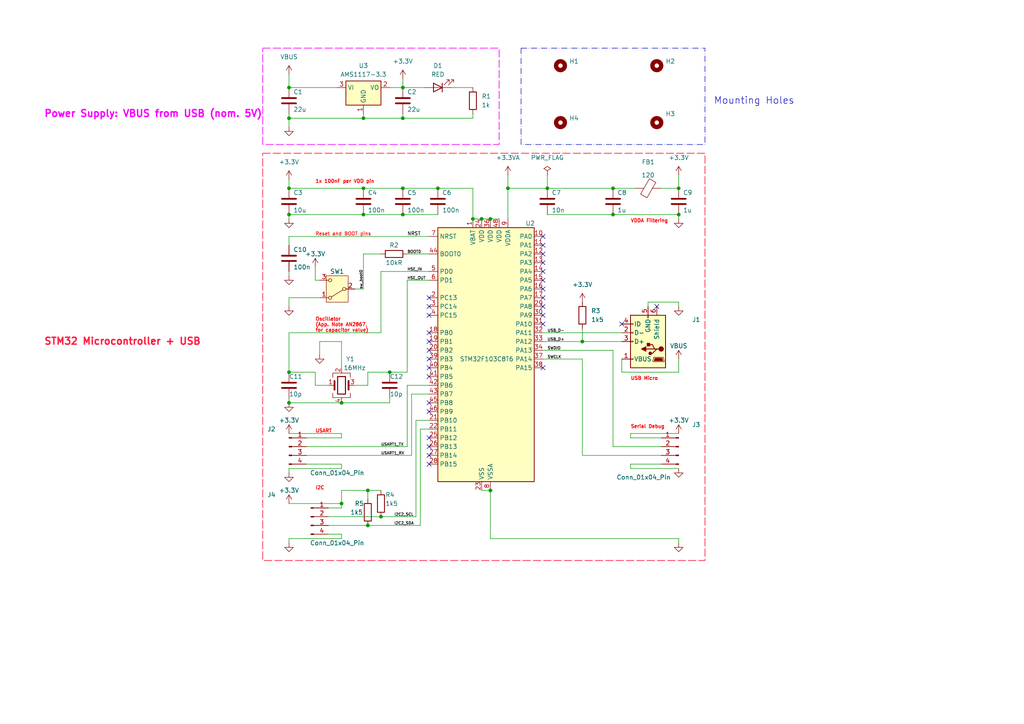
<source format=kicad_sch>
(kicad_sch (version 20230121) (generator eeschema)
  (paper "A4")
  (title_block (title "Playing Around with KiCad (STM32 Circuit)") (date "2024-10-12") (rev "0.2") (company "arpiku.xyz") (comment 1 "42"))
  (lib_symbols
    (symbol "Connector:Conn_01x04_Pin" (pin_names (offset 1.016) hide)
      (property "Reference" "J" (at 0 5.08 0))
      (property "Value" "Conn_01x04_Pin" (at 0 -7.62 0))
      (symbol "Conn_01x04_Pin_1_1"
        (polyline (pts (xy 1.27 -5.08) (xy 0.8636 -5.08)) (stroke (width 0.1524)))
        (polyline (pts (xy 1.27 -2.54) (xy 0.8636 -2.54)) (stroke (width 0.1524)))
        (polyline (pts (xy 1.27 0) (xy 0.8636 0)) (stroke (width 0.1524)))
        (polyline (pts (xy 1.27 2.54) (xy 0.8636 2.54)) (stroke (width 0.1524)))
        (rectangle (start 0.8636 -4.953) (end 0 -5.207) (stroke (width 0.1524)) (fill (type outline)))
        (rectangle (start 0.8636 -2.413) (end 0 -2.667) (stroke (width 0.1524)) (fill (type outline)))
        (rectangle (start 0.8636 0.127) (end 0 -0.127) (stroke (width 0.1524)) (fill (type outline)))
        (rectangle (start 0.8636 2.667) (end 0 2.413) (stroke (width 0.1524)) (fill (type outline)))
        (pin passive line (at 5.08 2.54 180) (length 3.81) (name "Pin_1") (number "1"))
        (pin passive line (at 5.08 0 180) (length 3.81) (name "Pin_2") (number "2"))
        (pin passive line (at 5.08 -2.54 180) (length 3.81) (name "Pin_3") (number "3"))
        (pin passive line (at 5.08 -5.08 180) (length 3.81) (name "Pin_4") (number "4"))
      )
    )
    (symbol "Connector:USB_B_Micro" (pin_names (offset 1.016))
      (property "Reference" "J" (at -5.08 11.43 0))
      (property "Value" "USB_B_Micro" (at -5.08 8.89 0))
      (symbol "USB_B_Micro_0_1"
        (rectangle (start -5.08 -7.62) (end 5.08 7.62) (stroke (width 0.254)) (fill (type background)))
        (circle (center -3.81 2.159) (radius 0.635) (stroke (width 0.254)) (fill (type outline)))
        (circle (center -0.635 3.429) (radius 0.381) (stroke (width 0.254)) (fill (type outline)))
        (rectangle (start -0.127 -7.62) (end 0.127 -6.858))
        (polyline (pts (xy -1.905 2.159) (xy 0.635 2.159)) (stroke (width 0.254)))
        (polyline (pts (xy -3.175 2.159) (xy -2.54 2.159) (xy -1.27 3.429) (xy -0.635 3.429)) (stroke (width 0.254)))
        (polyline (pts (xy -2.54 2.159) (xy -1.905 2.159) (xy -1.27 0.889) (xy 0 0.889)) (stroke (width 0.254)))
        (polyline (pts (xy 0.635 2.794) (xy 0.635 1.524) (xy 1.905 2.159) (xy 0.635 2.794)) (stroke (width 0.254)) (fill (type outline)))
        (polyline (pts (xy -4.318 5.588) (xy -1.778 5.588) (xy -2.032 4.826) (xy -4.064 4.826) (xy -4.318 5.588)) (fill (type outline)))
        (polyline (pts (xy -4.699 5.842) (xy -4.699 5.588) (xy -4.445 4.826) (xy -4.445 4.572) (xy -1.651 4.572) (xy -1.651 4.826) (xy -1.397 5.588) (xy -1.397 5.842) (xy -4.699 5.842)))
        (rectangle (start 0.254 1.27) (end -0.508 0.508) (stroke (width 0.254)) (fill (type outline)))
        (rectangle (start 5.08 -5.207) (end 4.318 -4.953))
        (rectangle (start 5.08 -2.667) (end 4.318 -2.413))
        (rectangle (start 5.08 -0.127) (end 4.318 0.127))
        (rectangle (start 5.08 4.953) (end 4.318 5.207))
      )
      (symbol "USB_B_Micro_1_1"
        (pin power_out line (at 7.62 5.08 180) (length 2.54) (name "VBUS") (number "1"))
        (pin bidirectional line (at 7.62 -2.54 180) (length 2.54) (name "D-") (number "2"))
        (pin bidirectional line (at 7.62 0 180) (length 2.54) (name "D+") (number "3"))
        (pin passive line (at 7.62 -5.08 180) (length 2.54) (name "ID") (number "4"))
        (pin power_out line (at 0 -10.16 90) (length 2.54) (name "GND") (number "5"))
        (pin passive line (at -2.54 -10.16 90) (length 2.54) (name "Shield") (number "6"))
      )
    )
    (symbol "Device:C" (pin_numbers hide) (pin_names (offset 0.254))
      (property "Reference" "C" (at 0.635 2.54 0))
      (property "Value" "C" (at 0.635 -2.54 0))
      (symbol "C_0_1"
        (polyline (pts (xy -2.032 -0.762) (xy 2.032 -0.762)) (stroke (width 0.508)))
        (polyline (pts (xy -2.032 0.762) (xy 2.032 0.762)) (stroke (width 0.508)))
      )
      (symbol "C_1_1"
        (pin passive line (at 0 3.81 270) (length 2.794) (name "~") (number "1"))
        (pin passive line (at 0 -3.81 90) (length 2.794) (name "~") (number "2"))
      )
    )
    (symbol "Device:Crystal_GND24" (pin_names (offset 1.016) hide)
      (property "Reference" "Y" (at 3.175 5.08 0))
      (property "Value" "Crystal_GND24" (at 3.175 3.175 0))
      (symbol "Crystal_GND24_0_1"
        (rectangle (start -1.143 2.54) (end 1.143 -2.54) (stroke (width 0.3048)))
        (polyline (pts (xy -2.54 0) (xy -2.032 0)))
        (polyline (pts (xy -2.032 -1.27) (xy -2.032 1.27)) (stroke (width 0.508)))
        (polyline (pts (xy 0 -3.81) (xy 0 -3.556)))
        (polyline (pts (xy 0 3.556) (xy 0 3.81)))
        (polyline (pts (xy 2.032 -1.27) (xy 2.032 1.27)) (stroke (width 0.508)))
        (polyline (pts (xy 2.032 0) (xy 2.54 0)))
        (polyline (pts (xy -2.54 -2.286) (xy -2.54 -3.556) (xy 2.54 -3.556) (xy 2.54 -2.286)))
        (polyline (pts (xy -2.54 2.286) (xy -2.54 3.556) (xy 2.54 3.556) (xy 2.54 2.286)))
      )
      (symbol "Crystal_GND24_1_1"
        (pin passive line (at -3.81 0 0) (length 1.27) (name "1") (number "1"))
        (pin passive line (at 0 5.08 270) (length 1.27) (name "2") (number "2"))
        (pin passive line (at 3.81 0 180) (length 1.27) (name "3") (number "3"))
        (pin passive line (at 0 -5.08 90) (length 1.27) (name "4") (number "4"))
      )
    )
    (symbol "Device:FerriteBead" (pin_numbers hide) (pin_names (offset 0))
      (property "Reference" "FB" (at -3.81 0.635 90))
      (property "Value" "FerriteBead" (at 3.81 0 90))
      (symbol "FerriteBead_0_1"
        (polyline (pts (xy 0 -1.27) (xy 0 -1.2192)))
        (polyline (pts (xy 0 1.27) (xy 0 1.2954)))
        (polyline (pts (xy -2.7686 0.4064) (xy -1.7018 2.2606) (xy 2.7686 -0.3048) (xy 1.6764 -2.159) (xy -2.7686 0.4064)))
      )
      (symbol "FerriteBead_1_1"
        (pin passive line (at 0 3.81 270) (length 2.54) (name "~") (number "1"))
        (pin passive line (at 0 -3.81 90) (length 2.54) (name "~") (number "2"))
      )
    )
    (symbol "Device:LED" (pin_numbers hide) (pin_names (offset 1.016) hide)
      (property "Reference" "D" (at 0 2.54 0))
      (property "Value" "LED" (at 0 -2.54 0))
      (symbol "LED_0_1"
        (polyline (pts (xy -1.27 -1.27) (xy -1.27 1.27)) (stroke (width 0.254)))
        (polyline (pts (xy -1.27 0) (xy 1.27 0)))
        (polyline (pts (xy 1.27 -1.27) (xy 1.27 1.27) (xy -1.27 0) (xy 1.27 -1.27)) (stroke (width 0.254)))
        (polyline (pts (xy -3.048 -0.762) (xy -4.572 -2.286) (xy -3.81 -2.286) (xy -4.572 -2.286) (xy -4.572 -1.524)))
        (polyline (pts (xy -1.778 -0.762) (xy -3.302 -2.286) (xy -2.54 -2.286) (xy -3.302 -2.286) (xy -3.302 -1.524)))
      )
      (symbol "LED_1_1"
        (pin passive line (at -3.81 0 0) (length 2.54) (name "K") (number "1"))
        (pin passive line (at 3.81 0 180) (length 2.54) (name "A") (number "2"))
      )
    )
    (symbol "Device:R" (pin_numbers hide) (pin_names (offset 0))
      (property "Reference" "R" (at 2.032 0 90))
      (property "Value" "R" (at 0 0 90))
      (symbol "R_0_1"
        (rectangle (start -1.016 -2.54) (end 1.016 2.54) (stroke (width 0.254)))
      )
      (symbol "R_1_1"
        (pin passive line (at 0 3.81 270) (length 1.27) (name "~") (number "1"))
        (pin passive line (at 0 -3.81 90) (length 1.27) (name "~") (number "2"))
      )
    )
    (symbol "MCU_ST_STM32F1:STM32F103C8Tx"
      (property "Reference" "U" (at -12.7 39.37 0))
      (property "Value" "STM32F103C8Tx" (at 10.16 39.37 0))
      (symbol "STM32F103C8Tx_0_1"
        (rectangle (start -12.7 -35.56) (end 15.24 38.1) (stroke (width 0.254)) (fill (type background)))
      )
      (symbol "STM32F103C8Tx_1_1"
        (pin power_in line (at -2.54 40.64 270) (length 2.54) (name "VBAT") (number "1"))
        (pin bidirectional line (at 17.78 35.56 180) (length 2.54) (name "PA0") (number "10"))
        (pin bidirectional line (at 17.78 33.02 180) (length 2.54) (name "PA1") (number "11"))
        (pin bidirectional line (at 17.78 30.48 180) (length 2.54) (name "PA2") (number "12"))
        (pin bidirectional line (at 17.78 27.94 180) (length 2.54) (name "PA3") (number "13"))
        (pin bidirectional line (at 17.78 25.4 180) (length 2.54) (name "PA4") (number "14"))
        (pin bidirectional line (at 17.78 22.86 180) (length 2.54) (name "PA5") (number "15"))
        (pin bidirectional line (at 17.78 20.32 180) (length 2.54) (name "PA6") (number "16"))
        (pin bidirectional line (at 17.78 17.78 180) (length 2.54) (name "PA7") (number "17"))
        (pin bidirectional line (at -15.24 7.62 0) (length 2.54) (name "PB0") (number "18"))
        (pin bidirectional line (at -15.24 5.08 0) (length 2.54) (name "PB1") (number "19"))
        (pin bidirectional line (at -15.24 17.78 0) (length 2.54) (name "PC13") (number "2"))
        (pin bidirectional line (at -15.24 2.54 0) (length 2.54) (name "PB2") (number "20"))
        (pin bidirectional line (at -15.24 -17.78 0) (length 2.54) (name "PB10") (number "21"))
        (pin bidirectional line (at -15.24 -20.32 0) (length 2.54) (name "PB11") (number "22"))
        (pin power_in line (at 0 -38.1 90) (length 2.54) (name "VSS") (number "23"))
        (pin power_in line (at 0 40.64 270) (length 2.54) (name "VDD") (number "24"))
        (pin bidirectional line (at -15.24 -22.86 0) (length 2.54) (name "PB12") (number "25"))
        (pin bidirectional line (at -15.24 -25.4 0) (length 2.54) (name "PB13") (number "26"))
        (pin bidirectional line (at -15.24 -27.94 0) (length 2.54) (name "PB14") (number "27"))
        (pin bidirectional line (at -15.24 -30.48 0) (length 2.54) (name "PB15") (number "28"))
        (pin bidirectional line (at 17.78 15.24 180) (length 2.54) (name "PA8") (number "29"))
        (pin bidirectional line (at -15.24 15.24 0) (length 2.54) (name "PC14") (number "3"))
        (pin bidirectional line (at 17.78 12.7 180) (length 2.54) (name "PA9") (number "30"))
        (pin bidirectional line (at 17.78 10.16 180) (length 2.54) (name "PA10") (number "31"))
        (pin bidirectional line (at 17.78 7.62 180) (length 2.54) (name "PA11") (number "32"))
        (pin bidirectional line (at 17.78 5.08 180) (length 2.54) (name "PA12") (number "33"))
        (pin bidirectional line (at 17.78 2.54 180) (length 2.54) (name "PA13") (number "34"))
        (pin passive line (at 0 -38.1 90) (length 2.54) hide (name "VSS") (number "35"))
        (pin power_in line (at 2.54 40.64 270) (length 2.54) (name "VDD") (number "36"))
        (pin bidirectional line (at 17.78 0 180) (length 2.54) (name "PA14") (number "37"))
        (pin bidirectional line (at 17.78 -2.54 180) (length 2.54) (name "PA15") (number "38"))
        (pin bidirectional line (at -15.24 0 0) (length 2.54) (name "PB3") (number "39"))
        (pin bidirectional line (at -15.24 12.7 0) (length 2.54) (name "PC15") (number "4"))
        (pin bidirectional line (at -15.24 -2.54 0) (length 2.54) (name "PB4") (number "40"))
        (pin bidirectional line (at -15.24 -5.08 0) (length 2.54) (name "PB5") (number "41"))
        (pin bidirectional line (at -15.24 -7.62 0) (length 2.54) (name "PB6") (number "42"))
        (pin bidirectional line (at -15.24 -10.16 0) (length 2.54) (name "PB7") (number "43"))
        (pin input line (at -15.24 30.48 0) (length 2.54) (name "BOOT0") (number "44"))
        (pin bidirectional line (at -15.24 -12.7 0) (length 2.54) (name "PB8") (number "45"))
        (pin bidirectional line (at -15.24 -15.24 0) (length 2.54) (name "PB9") (number "46"))
        (pin passive line (at 0 -38.1 90) (length 2.54) hide (name "VSS") (number "47"))
        (pin power_in line (at 5.08 40.64 270) (length 2.54) (name "VDD") (number "48"))
        (pin bidirectional line (at -15.24 25.4 0) (length 2.54) (name "PD0") (number "5"))
        (pin bidirectional line (at -15.24 22.86 0) (length 2.54) (name "PD1") (number "6"))
        (pin input line (at -15.24 35.56 0) (length 2.54) (name "NRST") (number "7"))
        (pin power_in line (at 2.54 -38.1 90) (length 2.54) (name "VSSA") (number "8"))
        (pin power_in line (at 7.62 40.64 270) (length 2.54) (name "VDDA") (number "9"))
      )
    )
    (symbol "Mechanical:MountingHole" (pin_names (offset 1.016))
      (property "Reference" "H" (at 0 5.08 0))
      (property "Value" "MountingHole" (at 0 3.175 0))
      (symbol "MountingHole_0_1"
        (circle (center 0 0) (radius 1.27) (stroke (width 1.27)))
      )
    )
    (symbol "Regulator_Linear:AMS1117-3.3"
      (property "Reference" "U" (at -3.81 3.175 0))
      (property "Value" "AMS1117-3.3" (at 0 3.175 0))
      (symbol "AMS1117-3.3_0_1"
        (rectangle (start -5.08 -5.08) (end 5.08 1.905) (stroke (width 0.254)) (fill (type background)))
      )
      (symbol "AMS1117-3.3_1_1"
        (pin power_in line (at 0 -7.62 90) (length 2.54) (name "GND") (number "1"))
        (pin power_out line (at 7.62 0 180) (length 2.54) (name "VO") (number "2"))
        (pin power_in line (at -7.62 0 0) (length 2.54) (name "VI") (number "3"))
      )
    )
    (symbol "Switch:SW_SPDT" (pin_names (offset 0) hide)
      (property "Reference" "SW" (at 0 5.08 0))
      (property "Value" "SW_SPDT" (at 0 -5.08 0))
      (symbol "SW_SPDT_0_1"
        (circle (center -2.032 0) (radius 0.4572))
        (polyline (pts (xy -1.651 0.254) (xy 1.651 2.286)))
        (circle (center 2.032 -2.54) (radius 0.4572))
        (circle (center 2.032 2.54) (radius 0.4572))
      )
      (symbol "SW_SPDT_1_1"
        (rectangle (start -3.175 3.81) (end 3.175 -3.81) (fill (type background)))
        (pin passive line (at 5.08 2.54 180) (length 2.54) (name "A") (number "1"))
        (pin passive line (at -5.08 0 0) (length 2.54) (name "B") (number "2"))
        (pin passive line (at 5.08 -2.54 180) (length 2.54) (name "C") (number "3"))
      )
    )
    (symbol "power:+3.3V" (power) (pin_names (offset 0))
      (property "Value" "+3.3V" (at 0 3.556 0))
      (symbol "+3.3V_0_1"
        (polyline (pts (xy -0.762 1.27) (xy 0 2.54)))
        (polyline (pts (xy 0 0) (xy 0 2.54)))
        (polyline (pts (xy 0 2.54) (xy 0.762 1.27)))
      )
      (symbol "+3.3V_1_1"
        (pin power_in line (at 0 0 90) (length 0) hide (name "+3.3V") (number "1"))
      )
    )
    (symbol "power:+3.3VA" (power) (pin_names (offset 0))
      (property "Value" "+3.3VA" (at 0 3.556 0))
      (symbol "+3.3VA_0_1"
        (polyline (pts (xy -0.762 1.27) (xy 0 2.54)))
        (polyline (pts (xy 0 0) (xy 0 2.54)))
        (polyline (pts (xy 0 2.54) (xy 0.762 1.27)))
      )
      (symbol "+3.3VA_1_1"
        (pin power_in line (at 0 0 90) (length 0) hide (name "+3.3VA") (number "1"))
      )
    )
    (symbol "power:GND" (power) (pin_names (offset 0))
      (property "Value" "GND" (at 0 -3.81 0))
      (symbol "GND_0_1"
        (polyline (pts (xy 0 0) (xy 0 -1.27) (xy 1.27 -1.27) (xy 0 -2.54) (xy -1.27 -1.27) (xy 0 -1.27)))
      )
      (symbol "GND_1_1"
        (pin power_in line (at 0 0 270) (length 0) hide (name "GND") (number "1"))
      )
    )
    (symbol "power:PWR_FLAG" (power) (pin_numbers hide) (pin_names (offset 0) hide)
      (property "Value" "PWR_FLAG" (at 0 3.81 0))
      (symbol "PWR_FLAG_0_0"
        (pin power_out line (at 0 0 90) (length 0) (name "pwr") (number "1"))
      )
      (symbol "PWR_FLAG_0_1"
        (polyline (pts (xy 0 0) (xy 0 1.27) (xy -1.016 1.905) (xy 0 2.54) (xy 1.016 1.905) (xy 0 1.27)))
      )
    )
    (symbol "power:VBUS" (power) (pin_names (offset 0))
      (property "Value" "VBUS" (at 0 3.81 0))
      (symbol "VBUS_0_1"
        (polyline (pts (xy -0.762 1.27) (xy 0 2.54)))
        (polyline (pts (xy 0 0) (xy 0 2.54)))
        (polyline (pts (xy 0 2.54) (xy 0.762 1.27)))
      )
      (symbol "VBUS_1_1"
        (pin power_in line (at 0 0 90) (length 0) hide (name "VBUS") (number "1"))
      )
    )
  )
  (junction (at 177.8 54.61))
  (junction (at 158.75 54.61))
  (junction (at 99.06 116.84))
  (junction (at 106.68 142.24))
  (junction (at 83.82 116.84))
  (junction (at 177.8 62.23))
  (junction (at 139.7 63.5))
  (junction (at 105.41 62.23))
  (junction (at 127 54.61))
  (junction (at 105.41 34.29))
  (junction (at 116.84 54.61))
  (junction (at 106.68 152.4))
  (junction (at 83.82 107.95))
  (junction (at 116.84 62.23))
  (junction (at 147.32 54.61))
  (junction (at 142.24 142.24))
  (junction (at 142.24 63.5))
  (junction (at 83.82 25.4))
  (junction (at 116.84 25.4))
  (junction (at 168.91 99.06))
  (junction (at 83.82 62.23))
  (junction (at 110.49 149.86))
  (junction (at 196.85 62.23))
  (junction (at 83.82 54.61))
  (junction (at 137.16 63.5))
  (junction (at 116.84 34.29))
  (junction (at 113.03 107.95))
  (junction (at 83.82 34.29))
  (junction (at 99.06 146.05))
  (junction (at 105.41 54.61))
  (junction (at 196.85 54.61))
  (no_connect (at 124.46 129.54))
  (no_connect (at 124.46 104.14))
  (no_connect (at 190.5 88.9))
  (no_connect (at 157.48 78.74))
  (no_connect (at 124.46 96.52))
  (no_connect (at 124.46 106.68))
  (no_connect (at 180.34 93.98))
  (no_connect (at 157.48 86.36))
  (no_connect (at 157.48 71.12))
  (no_connect (at 124.46 99.06))
  (no_connect (at 157.48 68.58))
  (no_connect (at 124.46 86.36))
  (no_connect (at 124.46 132.08))
  (no_connect (at 124.46 116.84))
  (no_connect (at 124.46 134.62))
  (no_connect (at 157.48 76.2))
  (no_connect (at 124.46 109.22))
  (no_connect (at 157.48 91.44))
  (no_connect (at 124.46 101.6))
  (no_connect (at 157.48 93.98))
  (no_connect (at 124.46 91.44))
  (no_connect (at 157.48 81.28))
  (no_connect (at 124.46 88.9))
  (no_connect (at 157.48 88.9))
  (no_connect (at 124.46 119.38))
  (no_connect (at 157.48 83.82))
  (no_connect (at 157.48 73.66))
  (no_connect (at 157.48 106.68))
  (no_connect (at 124.46 127))
  (wire (pts (xy 106.68 142.24) (xy 110.49 142.24)))
  (wire (pts (xy 168.91 95.25) (xy 168.91 99.06)))
  (wire (pts (xy 110.49 78.74) (xy 110.49 96.52)))
  (wire (pts (xy 91.44 81.28) (xy 92.71 81.28)))
  (wire (pts (xy 116.84 22.86) (xy 116.84 25.4)))
  (wire (pts (xy 158.75 50.8) (xy 158.75 54.61)))
  (wire (pts (xy 91.44 77.47) (xy 91.44 81.28)))
  (wire (pts (xy 105.41 33.02) (xy 105.41 34.29)))
  (wire (pts (xy 113.03 115.57) (xy 113.03 116.84)))
  (wire (pts (xy 196.85 104.14) (xy 196.85 107.95)))
  (wire (pts (xy 187.96 87.63) (xy 187.96 88.9)))
  (wire (pts (xy 95.25 149.86) (xy 110.49 149.86)))
  (wire (pts (xy 158.75 62.23) (xy 177.8 62.23)))
  (wire (pts (xy 168.91 132.08) (xy 191.77 132.08)))
  (wire (pts (xy 91.44 111.76) (xy 91.44 107.95)))
  (wire (pts (xy 105.41 62.23) (xy 116.84 62.23)))
  (wire (pts (xy 177.8 101.6) (xy 177.8 129.54)))
  (wire (pts (xy 99.06 99.06) (xy 92.71 99.06)))
  (wire (pts (xy 83.82 62.23) (xy 83.82 63.5)))
  (wire (pts (xy 182.88 135.89) (xy 182.88 134.62)))
  (wire (pts (xy 105.41 54.61) (xy 116.84 54.61)))
  (wire (pts (xy 110.49 78.74) (xy 124.46 78.74)))
  (wire (pts (xy 157.48 104.14) (xy 168.91 104.14)))
  (wire (pts (xy 95.25 111.76) (xy 91.44 111.76)))
  (wire (pts (xy 83.82 80.01) (xy 83.82 78.74)))
  (wire (pts (xy 142.24 63.5) (xy 144.78 63.5)))
  (wire (pts (xy 99.06 125.73) (xy 83.82 125.73)))
  (wire (pts (xy 124.46 121.92) (xy 120.65 121.92)))
  (wire (pts (xy 139.7 142.24) (xy 142.24 142.24)))
  (wire (pts (xy 99.06 146.05) (xy 83.82 146.05)))
  (wire (pts (xy 88.9 132.08) (xy 119.38 132.08)))
  (wire (pts (xy 105.41 73.66) (xy 105.41 83.82)))
  (wire (pts (xy 196.85 62.23) (xy 196.85 63.5)))
  (wire (pts (xy 83.82 96.52) (xy 83.82 107.95)))
  (wire (pts (xy 157.48 99.06) (xy 168.91 99.06)))
  (wire (pts (xy 105.41 73.66) (xy 110.49 73.66)))
  (wire (pts (xy 83.82 25.4) (xy 97.79 25.4)))
  (wire (pts (xy 106.68 107.95) (xy 113.03 107.95)))
  (wire (pts (xy 120.65 121.92) (xy 120.65 149.86)))
  (wire (pts (xy 182.88 135.89) (xy 196.85 135.89)))
  (wire (pts (xy 137.16 63.5) (xy 139.7 63.5)))
  (wire (pts (xy 83.82 88.9) (xy 83.82 86.36)))
  (wire (pts (xy 168.91 99.06) (xy 180.34 99.06)))
  (wire (pts (xy 106.68 152.4) (xy 121.92 152.4)))
  (wire (pts (xy 196.85 87.63) (xy 196.85 88.9)))
  (wire (pts (xy 124.46 124.46) (xy 121.92 124.46)))
  (wire (pts (xy 116.84 62.23) (xy 127 62.23)))
  (wire (pts (xy 157.48 96.52) (xy 180.34 96.52)))
  (wire (pts (xy 196.85 50.8) (xy 196.85 54.61)))
  (wire (pts (xy 116.84 34.29) (xy 137.16 34.29)))
  (wire (pts (xy 83.82 34.29) (xy 83.82 36.83)))
  (wire (pts (xy 191.77 54.61) (xy 196.85 54.61)))
  (wire (pts (xy 95.25 154.94) (xy 99.06 154.94)))
  (wire (pts (xy 105.41 34.29) (xy 116.84 34.29)))
  (wire (pts (xy 118.11 81.28) (xy 124.46 81.28)))
  (wire (pts (xy 99.06 146.05) (xy 99.06 142.24)))
  (wire (pts (xy 116.84 54.61) (xy 127 54.61)))
  (wire (pts (xy 147.32 54.61) (xy 158.75 54.61)))
  (wire (pts (xy 196.85 156.21) (xy 196.85 157.48)))
  (wire (pts (xy 139.7 63.5) (xy 142.24 63.5)))
  (wire (pts (xy 137.16 54.61) (xy 137.16 63.5)))
  (wire (pts (xy 99.06 147.32) (xy 99.06 146.05)))
  (wire (pts (xy 182.88 125.73) (xy 196.85 125.73)))
  (wire (pts (xy 88.9 129.54) (xy 118.11 129.54)))
  (wire (pts (xy 116.84 33.02) (xy 116.84 34.29)))
  (wire (pts (xy 106.68 142.24) (xy 106.68 144.78)))
  (wire (pts (xy 142.24 156.21) (xy 142.24 142.24)))
  (wire (pts (xy 116.84 25.4) (xy 123.19 25.4)))
  (wire (pts (xy 118.11 81.28) (xy 118.11 107.95)))
  (wire (pts (xy 182.88 127) (xy 191.77 127)))
  (wire (pts (xy 83.82 21.59) (xy 83.82 25.4)))
  (wire (pts (xy 105.41 83.82) (xy 102.87 83.82)))
  (wire (pts (xy 130.81 25.4) (xy 137.16 25.4)))
  (wire (pts (xy 182.88 127) (xy 182.88 125.73)))
  (wire (pts (xy 83.82 68.58) (xy 124.46 68.58)))
  (wire (pts (xy 180.34 107.95) (xy 196.85 107.95)))
  (wire (pts (xy 83.82 33.02) (xy 83.82 34.29)))
  (wire (pts (xy 121.92 124.46) (xy 121.92 152.4)))
  (wire (pts (xy 106.68 111.76) (xy 106.68 107.95)))
  (wire (pts (xy 158.75 54.61) (xy 177.8 54.61)))
  (wire (pts (xy 83.82 115.57) (xy 83.82 116.84)))
  (wire (pts (xy 99.06 156.21) (xy 99.06 154.94)))
  (wire (pts (xy 147.32 50.8) (xy 147.32 54.61)))
  (wire (pts (xy 83.82 34.29) (xy 105.41 34.29)))
  (wire (pts (xy 113.03 107.95) (xy 118.11 107.95)))
  (wire (pts (xy 99.06 106.68) (xy 99.06 99.06)))
  (wire (pts (xy 118.11 73.66) (xy 124.46 73.66)))
  (wire (pts (xy 83.82 52.07) (xy 83.82 54.61)))
  (wire (pts (xy 99.06 135.89) (xy 99.06 134.62)))
  (wire (pts (xy 99.06 147.32) (xy 95.25 147.32)))
  (wire (pts (xy 92.71 99.06) (xy 92.71 102.87)))
  (wire (pts (xy 99.06 127) (xy 99.06 125.73)))
  (wire (pts (xy 83.82 62.23) (xy 105.41 62.23)))
  (wire (pts (xy 83.82 86.36) (xy 92.71 86.36)))
  (wire (pts (xy 124.46 111.76) (xy 118.11 111.76)))
  (wire (pts (xy 99.06 116.84) (xy 113.03 116.84)))
  (wire (pts (xy 83.82 156.21) (xy 99.06 156.21)))
  (wire (pts (xy 95.25 152.4) (xy 106.68 152.4)))
  (wire (pts (xy 113.03 25.4) (xy 116.84 25.4)))
  (wire (pts (xy 187.96 87.63) (xy 196.85 87.63)))
  (wire (pts (xy 83.82 137.16) (xy 83.82 135.89)))
  (wire (pts (xy 182.88 134.62) (xy 191.77 134.62)))
  (wire (pts (xy 83.82 135.89) (xy 99.06 135.89)))
  (wire (pts (xy 110.49 149.86) (xy 120.65 149.86)))
  (wire (pts (xy 127 54.61) (xy 137.16 54.61)))
  (wire (pts (xy 102.87 111.76) (xy 106.68 111.76)))
  (wire (pts (xy 124.46 114.3) (xy 119.38 114.3)))
  (wire (pts (xy 137.16 33.02) (xy 137.16 34.29)))
  (wire (pts (xy 180.34 104.14) (xy 180.34 107.95)))
  (wire (pts (xy 196.85 156.21) (xy 142.24 156.21)))
  (wire (pts (xy 157.48 101.6) (xy 177.8 101.6)))
  (wire (pts (xy 83.82 71.12) (xy 83.82 68.58)))
  (wire (pts (xy 177.8 129.54) (xy 191.77 129.54)))
  (wire (pts (xy 83.82 96.52) (xy 110.49 96.52)))
  (wire (pts (xy 83.82 157.48) (xy 83.82 156.21)))
  (wire (pts (xy 83.82 107.95) (xy 91.44 107.95)))
  (wire (pts (xy 99.06 142.24) (xy 106.68 142.24)))
  (wire (pts (xy 177.8 62.23) (xy 196.85 62.23)))
  (wire (pts (xy 99.06 127) (xy 88.9 127)))
  (wire (pts (xy 177.8 54.61) (xy 184.15 54.61)))
  (wire (pts (xy 88.9 134.62) (xy 99.06 134.62)))
  (wire (pts (xy 118.11 111.76) (xy 118.11 129.54)))
  (wire (pts (xy 147.32 54.61) (xy 147.32 63.5)))
  (wire (pts (xy 83.82 54.61) (xy 105.41 54.61)))
  (wire (pts (xy 83.82 116.84) (xy 99.06 116.84)))
  (wire (pts (xy 119.38 114.3) (xy 119.38 132.08)))
  (wire (pts (xy 168.91 104.14) (xy 168.91 132.08)))
  (rectangle (start 76.2 13.97) (end 144.78 41.91) (stroke (width 0.2) (type dash) (color 245 0 255 1)))
  (rectangle (start 76.2 44.45) (end 204.47 162.56) (stroke (width 0.2) (type dash) (color 255 22 61 1)))
  (rectangle (start 151.13 13.97) (end 204.47 41.91) (stroke (width 0) (type dash_dot)))
  (text "STM32 Microcontroller + USB " (at 12.7 100.33 0) (effects (font (size 2 2) (thickness 0.4) bold) (justify left bottom)))
  (text "USART" (at 91.44 125.73 0) (effects (font (size 1 1) (thickness 0.2) bold) (justify left bottom)))
  (text "Reset and BOOT pins\n" (at 91.44 68.58 0) (effects (font (size 1 1)) (justify left bottom)))
  (text "Oscillator \n(App. Note AN2867,\nfor capacitor value)\n" (at 91.44 96.52 0) (effects (font (size 1 1) (thickness 0.2) bold) (justify left bottom)))
  (text "Power Supply: VBUS from USB (nom. 5V)" (at 12.7 34.29 0) (effects (font (size 2 2) (thickness 0.4) bold) (justify left bottom)))
  (text "I2C" (at 91.44 142.24 0) (effects (font (size 1 1) (thickness 0.2) bold) (justify left bottom)))
  (text "USB Micro " (at 182.88 110.49 0) (effects (font (size 1 1) (thickness 0.2) bold) (justify left bottom)))
  (text "VDDA Filtering\n" (at 182.88 64.77 0) (effects (font (size 1 1) (thickness 0.2) bold) (justify left bottom)))
  (text "1x 100nF per VDD pin" (at 91.44 53.34 0) (effects (font (size 1 1) (thickness 0.2) bold) (justify left bottom)))
  (text "Mounting Holes\n" (at 207.01 30.48 0) (effects (font (size 2 2)) (justify left bottom)))
  (text "Serial Debug\n" (at 182.88 124.46 0) (effects (font (size 1 1) (thickness 0.2) bold) (justify left bottom)))
  (label "NRST" (at 118.11 68.58 0) (effects (font (size 1 1))))
  (label "SWCLK" (at 158.75 104.14 0) (effects (font (size 0.8 0.8))))
  (label "USART1_TX" (at 110.49 129.54 0) (effects (font (size 0.8 0.8))))
  (label "HSE_IN" (at 118.11 78.74 0) (effects (font (size 0.8 0.8))))
  (label "SWDIO" (at 158.75 101.6 0) (effects (font (size 0.8 0.8))))
  (label "USB_D+" (at 158.75 99.06 0) (effects (font (size 0.8 0.8))))
  (label "I2C2_SCL" (at 114.3 149.86 0) (effects (font (size 0.8 0.8))))
  (label "USB_D-" (at 158.75 96.52 0) (effects (font (size 0.8 0.8))))
  (label "sw_boot0" (at 105.41 83.82 90) (effects (font (size 0.8 0.8))))
  (label "BOOT0" (at 118.11 73.66 0) (effects (font (size 0.8 0.8))))
  (label "I2C2_SDA" (at 114.3 152.4 0) (effects (font (size 0.8 0.8))))
  (label "HSE_OUT" (at 118.11 81.28 0) (effects (font (size 0.8 0.8))))
  (label "USART1_RX" (at 110.49 132.08 0) (effects (font (size 0.8 0.8))))
  (symbol (lib_id "Device:C") (at 105.41 58.42 0) (unit 1)
    (property "Reference" "C4" (at 106.68 55.88 0) (effects (justify left)))
    (property "Value" "100n" (at 106.68 60.96 0) (effects (justify left)))
    (property "Footprint" "Capacitor_SMD:C_0402_1005Metric" (effects hide))
  )
  (symbol (lib_id "Mechanical:MountingHole") (at 162.56 19.05 0) (unit 1)
    (property "Reference" "H1" (at 165.1 17.78 0) (effects (justify left)))
    (property "Value" "MountingHole" (effects hide))
    (property "Footprint" "MountingHole:MountingHole_2.2mm_M2" (effects hide))
  )
  (symbol (lib_id "power:+3.3V") (at 196.85 50.8 0) (unit 1)
    (property "Reference" "#PWR05" (effects hide))
    (property "Value" "+3.3V" (at 196.85 45.72 0))
  )
  (symbol (lib_id "Device:C") (at 116.84 29.21 0) (unit 1)
    (property "Reference" "C2" (at 118.11 26.67 0) (effects (justify left)))
    (property "Value" "22u" (at 118.11 31.75 0) (effects (justify left)))
    (property "Footprint" "Capacitor_SMD:C_0805_2012Metric" (effects hide))
  )
  (symbol (lib_id "Connector:USB_B_Micro") (at 187.96 99.06 180) (unit 1)
    (property "Reference" "J1" (at 201.93 92.71 0))
    (property "Value" "USB_B_Micro" (effects hide))
    (property "Footprint" "Connector_USB:USB_Micro-B_Wuerth_629105150521" (effects hide))
  )
  (symbol (lib_id "Mechanical:MountingHole") (at 190.5 35.56 0) (unit 1)
    (property "Reference" "H3" (at 193.04 33.02 0) (effects (justify left)))
    (property "Value" "MountingHole" (effects hide))
    (property "Footprint" "MountingHole:MountingHole_2.2mm_M2" (effects hide))
  )
  (symbol (lib_id "power:GND") (at 83.82 36.83 0) (unit 1)
    (property "Reference" "#PWR03" (effects hide))
    (property "Value" "GND" (effects hide))
  )
  (symbol (lib_id "power:VBUS") (at 83.82 21.59 0) (unit 1)
    (property "Reference" "#PWR01" (effects hide))
    (property "Value" "VBUS" (at 83.82 16.51 0))
  )
  (symbol (lib_id "Device:R") (at 114.3 73.66 90) (unit 1)
    (property "Reference" "R2" (at 114.3 71.12 90))
    (property "Value" "10kR" (at 114.3 76.2 90))
    (property "Footprint" "Resistor_SMD:R_0402_1005Metric" (effects hide))
  )
  (symbol (lib_id "Device:R") (at 168.91 91.44 0) (unit 1)
    (property "Reference" "R3" (at 171.45 90.17 0) (effects (justify left)))
    (property "Value" "1k5" (at 171.45 92.71 0) (effects (justify left)))
    (property "Footprint" "Resistor_SMD:R_0402_1005Metric" (effects hide))
  )
  (symbol (lib_id "power:VBUS") (at 196.85 104.14 0) (unit 1)
    (property "Reference" "#PWR014" (effects hide))
    (property "Value" "VBUS" (at 196.85 100.33 0))
  )
  (symbol (lib_id "Device:C") (at 127 58.42 0) (unit 1)
    (property "Reference" "C6" (at 128.27 55.88 0) (effects (justify left)))
    (property "Value" "100n" (at 128.27 60.96 0) (effects (justify left)))
    (property "Footprint" "Capacitor_SMD:C_0402_1005Metric" (effects hide))
  )
  (symbol (lib_id "power:+3.3V") (at 83.82 125.73 0) (unit 1)
    (property "Reference" "#PWR016" (effects hide))
    (property "Value" "+3.3V" (at 83.82 121.92 0))
  )
  (symbol (lib_id "power:+3.3V") (at 168.91 87.63 0) (unit 1)
    (property "Reference" "#PWR010" (effects hide))
    (property "Value" "+3.3V" (at 168.91 82.55 0))
  )
  (symbol (lib_id "power:+3.3V") (at 83.82 146.05 0) (unit 1)
    (property "Reference" "#PWR020" (effects hide))
    (property "Value" "+3.3V" (at 83.82 142.24 0))
  )
  (symbol (lib_id "power:GND") (at 196.85 157.48 0) (unit 1)
    (property "Reference" "#PWR022" (effects hide))
    (property "Value" "GND" (effects hide))
  )
  (symbol (lib_id "Connector:Conn_01x04_Pin") (at 90.17 149.86 0) (unit 1)
    (property "Reference" "J4" (at 78.74 143.51 0))
    (property "Value" "Conn_01x04_Pin" (at 97.79 157.48 0))
    (property "Footprint" "Connector_PinHeader_1.27mm:PinHeader_1x04_P1.27mm_Vertical" (effects hide))
  )
  (symbol (lib_id "power:GND") (at 92.71 102.87 0) (unit 1)
    (property "Reference" "#PWR013" (effects hide))
    (property "Value" "GND" (effects hide))
  )
  (symbol (lib_id "Device:R") (at 106.68 148.59 0) (unit 1)
    (property "Reference" "R5" (at 102.87 146.05 0) (effects (justify left)))
    (property "Value" "1k5" (at 101.6 148.59 0) (effects (justify left)))
    (property "Footprint" "Resistor_SMD:R_0402_1005Metric" (effects hide))
  )
  (symbol (lib_id "power:+3.3V") (at 116.84 22.86 0) (unit 1)
    (property "Reference" "#PWR023" (effects hide))
    (property "Value" "+3.3V" (at 116.84 17.78 0))
  )
  (symbol (lib_id "power:GND") (at 83.82 116.84 0) (unit 1)
    (property "Reference" "#PWR015" (effects hide))
    (property "Value" "GND" (effects hide))
  )
  (symbol (lib_id "power:GND") (at 83.82 157.48 0) (unit 1)
    (property "Reference" "#PWR021" (effects hide))
    (property "Value" "GND" (effects hide))
  )
  (symbol (lib_id "power:GND") (at 83.82 63.5 0) (unit 1)
    (property "Reference" "#PWR07" (effects hide))
    (property "Value" "GND" (effects hide))
  )
  (symbol (lib_id "power:+3.3V") (at 83.82 52.07 0) (unit 1)
    (property "Reference" "#PWR06" (effects hide))
    (property "Value" "+3.3V" (at 83.82 46.99 0))
  )
  (symbol (lib_id "power:+3.3VA") (at 147.32 50.8 0) (unit 1)
    (property "Reference" "#PWR04" (effects hide))
    (property "Value" "+3.3VA" (at 147.32 45.72 0))
  )
  (symbol (lib_id "power:GND") (at 83.82 80.01 0) (unit 1)
    (property "Reference" "#PWR09" (effects hide))
    (property "Value" "GND" (effects hide))
  )
  (symbol (lib_id "Device:R") (at 137.16 29.21 0) (unit 1)
    (property "Reference" "R1" (at 139.7 27.94 0) (effects (justify left)))
    (property "Value" "1k" (at 139.7 30.48 0) (effects (justify left)))
    (property "Footprint" "Resistor_SMD:R_0402_1005Metric" (effects hide))
  )
  (symbol (lib_id "Mechanical:MountingHole") (at 190.5 19.05 0) (unit 1)
    (property "Reference" "H2" (at 193.04 17.78 0) (effects (justify left)))
    (property "Value" "MountingHole" (effects hide))
    (property "Footprint" "MountingHole:MountingHole_2.2mm_M2" (effects hide))
  )
  (symbol (lib_id "Device:R") (at 110.49 146.05 0) (unit 1)
    (property "Reference" "R4" (at 111.76 143.51 0) (effects (justify left)))
    (property "Value" "1k5" (at 111.76 146.05 0) (effects (justify left)))
    (property "Footprint" "Resistor_SMD:R_0402_1005Metric" (effects hide))
  )
  (symbol (lib_id "Device:C") (at 116.84 58.42 0) (unit 1)
    (property "Reference" "C5" (at 118.11 55.88 0) (effects (justify left)))
    (property "Value" "100n" (at 118.11 60.96 0) (effects (justify left)))
    (property "Footprint" "Capacitor_SMD:C_0402_1005Metric" (effects hide))
  )
  (symbol (lib_id "Device:C") (at 83.82 111.76 0) (unit 1)
    (property "Reference" "C11" (at 83.82 109.22 0) (effects (justify left)))
    (property "Value" "10p" (at 83.82 114.3 0) (effects (justify left)))
    (property "Footprint" "Capacitor_SMD:C_0402_1005Metric" (effects hide))
  )
  (symbol (lib_id "Device:C") (at 177.8 58.42 0) (unit 1)
    (property "Reference" "C8" (at 179.07 55.88 0) (effects (justify left)))
    (property "Value" "1u" (at 179.07 60.96 0) (effects (justify left)))
    (property "Footprint" "Capacitor_SMD:C_0402_1005Metric" (effects hide))
  )
  (symbol (lib_id "Device:C") (at 158.75 58.42 0) (unit 1)
    (property "Reference" "C7" (at 160.02 55.88 0) (effects (justify left)))
    (property "Value" "10n" (at 160.02 60.96 0) (effects (justify left)))
    (property "Footprint" "Capacitor_SMD:C_0402_1005Metric" (effects hide))
  )
  (symbol (lib_id "Connector:Conn_01x04_Pin") (at 83.82 129.54 0) (unit 1)
    (property "Reference" "J2" (at 78.74 124.46 0))
    (property "Value" "Conn_01x04_Pin" (at 97.79 137.16 0))
    (property "Footprint" "Connector_PinHeader_1.27mm:PinHeader_1x04_P1.27mm_Vertical" (effects hide))
  )
  (symbol (lib_id "Mechanical:MountingHole") (at 162.56 35.56 0) (unit 1)
    (property "Reference" "H4" (at 165.1 34.29 0) (effects (justify left)))
    (property "Value" "MountingHole" (effects hide))
    (property "Footprint" "MountingHole:MountingHole_2.2mm_M2" (effects hide))
  )
  (symbol (lib_id "power:+3.3V") (at 196.85 125.73 0) (unit 1)
    (property "Reference" "#PWR017" (effects hide))
    (property "Value" "+3.3V" (at 196.85 121.92 0))
  )
  (symbol (lib_id "power:PWR_FLAG") (at 158.75 50.8 0) (unit 1)
    (property "Reference" "#FLG01" (effects hide))
    (property "Value" "PWR_FLAG" (at 158.75 45.72 0))
  )
  (symbol (lib_id "Device:Crystal_GND24") (at 99.06 111.76 0) (unit 1)
    (property "Reference" "Y1" (at 101.6 104.14 0))
    (property "Value" "16MHz" (at 102.87 106.68 0))
    (property "Footprint" "Crystal:Crystal_SMD_3225-4Pin_3.2x2.5mm" (effects hide))
  )
  (symbol (lib_id "Device:C") (at 83.82 29.21 0) (unit 1)
    (property "Reference" "C1" (at 85.09 26.67 0) (effects (justify left)))
    (property "Value" "22u" (at 85.09 31.75 0) (effects (justify left)))
    (property "Footprint" "Capacitor_SMD:C_0805_2012Metric" (effects hide))
  )
  (symbol (lib_id "Regulator_Linear:AMS1117-3.3") (at 105.41 25.4 0) (unit 1)
    (property "Reference" "U3" (at 105.41 19.05 0))
    (property "Value" "AMS1117-3.3" (at 105.41 21.59 0))
    (property "Footprint" "Package_TO_SOT_SMD:SOT-223-3_TabPin2" (effects hide))
    (property "Datasheet" "http://www.advanced-monolithic.com/pdf/ds1117.pdf" (effects hide))
  )
  (symbol (lib_id "power:GND") (at 196.85 135.89 0) (unit 1)
    (property "Reference" "#PWR018" (effects hide))
    (property "Value" "GND" (effects hide))
  )
  (symbol (lib_id "Device:C") (at 83.82 74.93 0) (unit 1)
    (property "Reference" "C10" (at 85.09 72.39 0) (effects (justify left)))
    (property "Value" "100n" (at 85.09 77.47 0) (effects (justify left)))
    (property "Footprint" "Capacitor_SMD:C_0402_1005Metric" (effects hide))
  )
  (symbol (lib_id "Switch:SW_SPDT") (at 97.79 83.82 180) (unit 1)
    (property "Reference" "SW1" (at 97.79 78.74 0))
    (property "Value" "SW_SPDT" (effects hide))
    (property "Footprint" "Button_Switch_SMD:SW_SPDT_PCM12" (effects hide))
  )
  (symbol (lib_id "power:GND") (at 196.85 63.5 0) (unit 1)
    (property "Reference" "#PWR02" (effects hide))
    (property "Value" "GND" (effects hide))
  )
  (symbol (lib_id "MCU_ST_STM32F1:STM32F103C8Tx") (at 139.7 104.14 0) (unit 1)
    (property "Reference" "U2" (at 152.4 64.77 0) (effects (justify left)))
    (property "Value" "STM32F103C8T6" (at 133.35 104.14 0) (effects (justify left)))
    (property "Footprint" "Package_QFP:LQFP-48_7x7mm_P0.5mm" (effects hide))
    (property "Datasheet" "https://www.st.com/resource/en/datasheet/stm32f103c8.pdf" (effects hide))
  )
  (symbol (lib_id "Device:C") (at 113.03 111.76 0) (unit 1)
    (property "Reference" "C12" (at 113.03 109.22 0) (effects (justify left)))
    (property "Value" "10p" (at 113.03 114.3 0) (effects (justify left)))
    (property "Footprint" "Capacitor_SMD:C_0402_1005Metric" (effects hide))
  )
  (symbol (lib_id "power:GND") (at 83.82 88.9 0) (unit 1)
    (property "Reference" "#PWR011" (effects hide))
    (property "Value" "GND" (effects hide))
  )
  (symbol (lib_id "Device:C") (at 196.85 58.42 0) (unit 1)
    (property "Reference" "C9" (at 198.12 55.88 0) (effects (justify left)))
    (property "Value" "1u" (at 198.12 60.96 0) (effects (justify left)))
    (property "Footprint" "Capacitor_SMD:C_0402_1005Metric" (effects hide))
  )
  (symbol (lib_id "Connector:Conn_01x04_Pin") (at 196.85 129.54 0) (mirror y) (unit 1)
    (property "Reference" "J3" (at 201.93 123.19 0))
    (property "Value" "Conn_01x04_Pin" (at 186.69 138.43 0))
    (property "Footprint" "Connector_PinHeader_1.27mm:PinHeader_1x04_P1.27mm_Vertical" (effects hide))
  )
  (symbol (lib_id "Device:FerriteBead") (at 187.96 54.61 270) (unit 1)
    (property "Reference" "FB1" (at 188.0108 46.99 90))
    (property "Value" "120" (at 187.96 50.8 90))
    (property "Footprint" "Inductor_SMD:L_0603_1608Metric" (effects hide))
  )
  (symbol (lib_id "power:GND") (at 196.85 88.9 0) (unit 1)
    (property "Reference" "#PWR012" (effects hide))
    (property "Value" "GND" (effects hide))
  )
  (symbol (lib_id "Device:LED") (at 127 25.4 180) (unit 1)
    (property "Reference" "D1" (at 127 19.05 0))
    (property "Value" "RED" (at 127 21.59 0))
    (property "Footprint" "LED_SMD:LED_0402_1005Metric" (effects hide))
  )
  (symbol (lib_id "Device:C") (at 83.82 58.42 0) (unit 1)
    (property "Reference" "C3" (at 85.09 55.88 0) (effects (justify left)))
    (property "Value" "10u" (at 85.09 60.96 0) (effects (justify left)))
    (property "Footprint" "Capacitor_SMD:C_0805_2012Metric" (effects hide))
  )
  (symbol (lib_id "power:GND") (at 83.82 137.16 0) (unit 1)
    (property "Reference" "#PWR019" (effects hide))
    (property "Value" "GND" (effects hide))
  )
  (symbol (lib_id "power:+3.3V") (at 91.44 77.47 0) (unit 1)
    (property "Reference" "#PWR08" (effects hide))
    (property "Value" "+3.3V" (at 91.44 73.66 0))
  )
)
</source>
